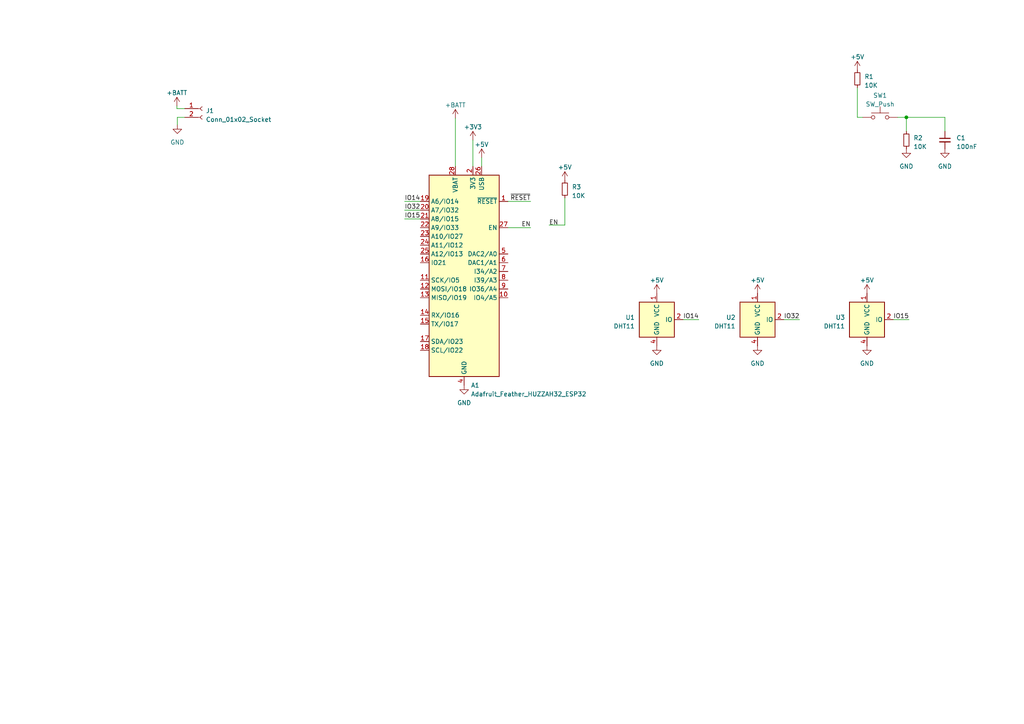
<source format=kicad_sch>
(kicad_sch (version 20230121) (generator eeschema)
  (paper "A4")
  (title_block (title "Pollinator Hotel ") (date "2023-02-17") (rev "0") (company "uOttawa Engineering Design Class "))
  (lib_symbols
    (symbol "Connector:Conn_01x02_Socket" (pin_names (offset 1.016) hide)
      (property "Reference" "J" (at 0 2.54 0))
      (property "Value" "Conn_01x02_Socket" (at 0 -5.08 0))
      (symbol "Conn_01x02_Socket_1_1"
        (arc (start 0 -2.032) (mid -0.5058 -2.54) (end 0 -3.048) (stroke (width 0.1524)))
        (polyline (pts (xy -1.27 -2.54) (xy -0.508 -2.54)) (stroke (width 0.1524)))
        (polyline (pts (xy -1.27 0) (xy -0.508 0)) (stroke (width 0.1524)))
        (arc (start 0 0.508) (mid -0.5058 0) (end 0 -0.508) (stroke (width 0.1524)))
        (pin passive line (at -5.08 0 0) (length 3.81) (name "Pin_1") (number "1"))
        (pin passive line (at -5.08 -2.54 0) (length 3.81) (name "Pin_2") (number "2"))
      )
    )
    (symbol "Device:C_Small" (pin_numbers hide) (pin_names (offset 0.254) hide)
      (property "Reference" "C" (at 0.254 1.778 0))
      (property "Value" "C_Small" (at 0.254 -2.032 0))
      (symbol "C_Small_0_1"
        (polyline (pts (xy -1.524 -0.508) (xy 1.524 -0.508)) (stroke (width 0.3302)))
        (polyline (pts (xy -1.524 0.508) (xy 1.524 0.508)) (stroke (width 0.3048)))
      )
      (symbol "C_Small_1_1"
        (pin passive line (at 0 2.54 270) (length 2.032) (name "~") (number "1"))
        (pin passive line (at 0 -2.54 90) (length 2.032) (name "~") (number "2"))
      )
    )
    (symbol "Device:R_Small" (pin_numbers hide) (pin_names (offset 0.254) hide)
      (property "Reference" "R" (at 0.762 0.508 0))
      (property "Value" "R_Small" (at 0.762 -1.016 0))
      (symbol "R_Small_0_1"
        (rectangle (start -0.762 1.778) (end 0.762 -1.778) (stroke (width 0.2032)))
      )
      (symbol "R_Small_1_1"
        (pin passive line (at 0 2.54 270) (length 0.762) (name "~") (number "1"))
        (pin passive line (at 0 -2.54 90) (length 0.762) (name "~") (number "2"))
      )
    )
    (symbol "MCU_Module:Adafruit_Feather_HUZZAH32_ESP32"
      (property "Reference" "A" (at -10.16 29.21 0))
      (property "Value" "Adafruit_Feather_HUZZAH32_ESP32" (at 2.54 -31.75 0))
      (symbol "Adafruit_Feather_HUZZAH32_ESP32_0_1"
        (rectangle (start -10.16 27.94) (end 10.16 -30.48) (stroke (width 0.254)) (fill (type background)))
      )
      (symbol "Adafruit_Feather_HUZZAH32_ESP32_1_1"
        (pin input line (at 12.7 20.32 180) (length 2.54) (name "~{RESET}") (number "1"))
        (pin bidirectional line (at 12.7 -7.62 180) (length 2.54) (name "IO4/A5") (number "10"))
        (pin bidirectional line (at -12.7 -2.54 0) (length 2.54) (name "SCK/IO5") (number "11"))
        (pin bidirectional line (at -12.7 -5.08 0) (length 2.54) (name "MOSI/IO18") (number "12"))
        (pin bidirectional line (at -12.7 -7.62 0) (length 2.54) (name "MISO/IO19") (number "13"))
        (pin bidirectional line (at -12.7 -12.7 0) (length 2.54) (name "RX/IO16") (number "14"))
        (pin bidirectional line (at -12.7 -15.24 0) (length 2.54) (name "TX/IO17") (number "15"))
        (pin bidirectional line (at -12.7 2.54 0) (length 2.54) (name "IO21") (number "16"))
        (pin bidirectional line (at -12.7 -20.32 0) (length 2.54) (name "SDA/IO23") (number "17"))
        (pin bidirectional line (at -12.7 -22.86 0) (length 2.54) (name "SCL/IO22") (number "18"))
        (pin bidirectional line (at -12.7 20.32 0) (length 2.54) (name "A6/IO14") (number "19"))
        (pin power_in line (at 2.54 30.48 270) (length 2.54) (name "3V3") (number "2"))
        (pin bidirectional line (at -12.7 17.78 0) (length 2.54) (name "A7/IO32") (number "20"))
        (pin bidirectional line (at -12.7 15.24 0) (length 2.54) (name "A8/IO15") (number "21"))
        (pin bidirectional line (at -12.7 12.7 0) (length 2.54) (name "A9/IO33") (number "22"))
        (pin bidirectional line (at -12.7 10.16 0) (length 2.54) (name "A10/IO27") (number "23"))
        (pin bidirectional line (at -12.7 7.62 0) (length 2.54) (name "A11/IO12") (number "24"))
        (pin bidirectional line (at -12.7 5.08 0) (length 2.54) (name "A12/IO13") (number "25"))
        (pin power_in line (at 5.08 30.48 270) (length 2.54) (name "USB") (number "26"))
        (pin input line (at 12.7 12.7 180) (length 2.54) (name "EN") (number "27"))
        (pin power_in line (at -2.54 30.48 270) (length 2.54) (name "VBAT") (number "28"))
        (pin no_connect line (at 10.16 10.16 180) (length 2.54) hide (name "NC") (number "3"))
        (pin power_in line (at 0 -33.02 90) (length 2.54) (name "GND") (number "4"))
        (pin bidirectional line (at 12.7 5.08 180) (length 2.54) (name "DAC2/A0") (number "5"))
        (pin bidirectional line (at 12.7 2.54 180) (length 2.54) (name "DAC1/A1") (number "6"))
        (pin bidirectional line (at 12.7 0 180) (length 2.54) (name "I34/A2") (number "7"))
        (pin bidirectional line (at 12.7 -2.54 180) (length 2.54) (name "I39/A3") (number "8"))
        (pin bidirectional line (at 12.7 -5.08 180) (length 2.54) (name "IO36/A4") (number "9"))
      )
    )
    (symbol "Sensor:DHT11"
      (property "Reference" "U" (at -3.81 6.35 0))
      (property "Value" "DHT11" (at 3.81 6.35 0))
      (symbol "DHT11_0_1"
        (rectangle (start -5.08 5.08) (end 5.08 -5.08) (stroke (width 0.254)) (fill (type background)))
      )
      (symbol "DHT11_1_1"
        (pin power_in line (at 0 7.62 270) (length 2.54) (name "VCC") (number "1"))
        (pin bidirectional line (at 7.62 0 180) (length 2.54) (name "IO") (number "2"))
        (pin no_connect line (at -5.08 0 0) (length 2.54) hide (name "NC") (number "3"))
        (pin power_in line (at 0 -7.62 90) (length 2.54) (name "GND") (number "4"))
      )
    )
    (symbol "Switch:SW_Push" (pin_numbers hide) (pin_names (offset 1.016) hide)
      (property "Reference" "SW" (at 1.27 2.54 0))
      (property "Value" "SW_Push" (at 0 -1.524 0))
      (symbol "SW_Push_0_1"
        (circle (center -2.032 0) (radius 0.508))
        (polyline (pts (xy 0 1.27) (xy 0 3.048)))
        (polyline (pts (xy 2.54 1.27) (xy -2.54 1.27)))
        (circle (center 2.032 0) (radius 0.508))
        (pin passive line (at -5.08 0 0) (length 2.54) (name "1") (number "1"))
        (pin passive line (at 5.08 0 180) (length 2.54) (name "2") (number "2"))
      )
    )
    (symbol "power:+3V3" (power) (pin_names (offset 0))
      (property "Value" "+3V3" (at 0 3.556 0))
      (symbol "+3V3_0_1"
        (polyline (pts (xy -0.762 1.27) (xy 0 2.54)))
        (polyline (pts (xy 0 0) (xy 0 2.54)))
        (polyline (pts (xy 0 2.54) (xy 0.762 1.27)))
      )
      (symbol "+3V3_1_1"
        (pin power_in line (at 0 0 90) (length 0) hide (name "+3V3") (number "1"))
      )
    )
    (symbol "power:+5V" (power) (pin_names (offset 0))
      (property "Value" "+5V" (at 0 3.556 0))
      (symbol "+5V_0_1"
        (polyline (pts (xy -0.762 1.27) (xy 0 2.54)))
        (polyline (pts (xy 0 0) (xy 0 2.54)))
        (polyline (pts (xy 0 2.54) (xy 0.762 1.27)))
      )
      (symbol "+5V_1_1"
        (pin power_in line (at 0 0 90) (length 0) hide (name "+5V") (number "1"))
      )
    )
    (symbol "power:+BATT" (power) (pin_names (offset 0))
      (property "Value" "+BATT" (at 0 3.556 0))
      (symbol "+BATT_0_1"
        (polyline (pts (xy -0.762 1.27) (xy 0 2.54)))
        (polyline (pts (xy 0 0) (xy 0 2.54)))
        (polyline (pts (xy 0 2.54) (xy 0.762 1.27)))
      )
      (symbol "+BATT_1_1"
        (pin power_in line (at 0 0 90) (length 0) hide (name "+BATT") (number "1"))
      )
    )
    (symbol "power:GND" (power) (pin_names (offset 0))
      (property "Value" "GND" (at 0 -3.81 0))
      (symbol "GND_0_1"
        (polyline (pts (xy 0 0) (xy 0 -1.27) (xy 1.27 -1.27) (xy 0 -2.54) (xy -1.27 -1.27) (xy 0 -1.27)))
      )
      (symbol "GND_1_1"
        (pin power_in line (at 0 0 270) (length 0) hide (name "GND") (number "1"))
      )
    )
  )
  (junction (at 262.89 34.036))
  (wire (pts (xy 263.652 92.71) (xy 259.08 92.71)))
  (wire (pts (xy 248.666 34.036) (xy 250.19 34.036)))
  (wire (pts (xy 117.348 63.5) (xy 121.92 63.5)))
  (wire (pts (xy 248.666 25.4) (xy 248.666 34.036)))
  (wire (pts (xy 117.348 60.96) (xy 121.92 60.96)))
  (wire (pts (xy 51.308 30.734) (xy 51.308 31.496)))
  (wire (pts (xy 262.89 34.036) (xy 274.066 34.036)))
  (wire (pts (xy 262.89 34.036) (xy 262.89 38.1)))
  (wire (pts (xy 51.308 31.496) (xy 53.594 31.496)))
  (wire (pts (xy 132.08 34.29) (xy 132.08 48.26)))
  (wire (pts (xy 139.7 45.72) (xy 139.7 48.26)))
  (wire (pts (xy 51.435 34.036) (xy 53.594 34.036)))
  (wire (pts (xy 202.692 92.71) (xy 198.12 92.71)))
  (wire (pts (xy 159.258 65.278) (xy 163.83 65.278)))
  (wire (pts (xy 163.83 57.404) (xy 163.83 65.278)))
  (wire (pts (xy 147.32 58.42) (xy 153.924 58.42)))
  (wire (pts (xy 137.16 40.64) (xy 137.16 48.26)))
  (wire (pts (xy 274.066 38.1) (xy 274.066 34.036)))
  (wire (pts (xy 260.35 34.036) (xy 262.89 34.036)))
  (wire (pts (xy 117.348 58.42) (xy 121.92 58.42)))
  (wire (pts (xy 147.32 66.04) (xy 153.924 66.04)))
  (wire (pts (xy 51.435 36.195) (xy 51.435 34.036)))
  (wire (pts (xy 231.902 92.71) (xy 227.33 92.71)))
  (label "IO14" (at 202.692 92.71 180))
  (label "IO32" (at 231.902 92.71 180))
  (label "EN" (at 153.924 66.04 180))
  (label "IO14" (at 117.348 58.42 0))
  (label "EN" (at 159.258 65.532 0))
  (label "IO15" (at 117.348 63.5 0))
  (label "~{RESET}" (at 153.924 58.42 180))
  (label "IO32" (at 117.348 60.96 0))
  (label "IO15" (at 263.652 92.71 180))
  (symbol (lib_id "power:+5V") (at 251.46 85.09 0) (unit 1)
    (property "Reference" "#PWR010" (effects hide))
    (property "Value" "+5V" (at 251.46 81.28 0))
  )
  (symbol (lib_id "Device:C_Small") (at 274.066 40.64 0) (unit 1)
    (property "Reference" "C1" (at 277.368 40.0113 0) (effects (justify left)))
    (property "Value" "100nF" (at 277.368 42.5513 0) (effects (justify left)))
  )
  (symbol (lib_id "Device:R_Small") (at 262.89 40.64 0) (unit 1)
    (property "Reference" "R2" (at 264.922 40.005 0) (effects (justify left)))
    (property "Value" "10K" (at 264.922 42.545 0) (effects (justify left)))
  )
  (symbol (lib_id "Sensor:DHT11") (at 251.46 92.71 0) (unit 1)
    (property "Reference" "U3" (at 245.11 92.075 0) (effects (justify right)))
    (property "Value" "DHT11" (at 245.11 94.615 0) (effects (justify right)))
    (property "Footprint" "Sensor:Aosong_DHT11_5.5x12.0_P2.54mm" (effects hide))
    (property "Datasheet" "http://akizukidenshi.com/download/ds/aosong/DHT11.pdf" (effects hide))
  )
  (symbol (lib_id "Device:R_Small") (at 163.83 54.864 0) (unit 1)
    (property "Reference" "R3" (at 165.862 54.229 0) (effects (justify left)))
    (property "Value" "10K" (at 165.862 56.769 0) (effects (justify left)))
  )
  (symbol (lib_id "power:GND") (at 274.066 43.18 0) (unit 1)
    (property "Reference" "#PWR013" (effects hide))
    (property "Value" "GND" (at 274.066 48.26 0))
  )
  (symbol (lib_id "power:GND") (at 51.435 36.195 0) (unit 1)
    (property "Reference" "#PWR015" (effects hide))
    (property "Value" "GND" (at 51.435 41.275 0))
  )
  (symbol (lib_id "power:+5V") (at 219.71 85.09 0) (unit 1)
    (property "Reference" "#PWR09" (effects hide))
    (property "Value" "+5V" (at 219.71 81.28 0))
  )
  (symbol (lib_id "Sensor:DHT11") (at 219.71 92.71 0) (unit 1)
    (property "Reference" "U2" (at 213.36 92.075 0) (effects (justify right)))
    (property "Value" "DHT11" (at 213.36 94.615 0) (effects (justify right)))
    (property "Footprint" "Sensor:Aosong_DHT11_5.5x12.0_P2.54mm" (effects hide))
    (property "Datasheet" "http://akizukidenshi.com/download/ds/aosong/DHT11.pdf" (effects hide))
  )
  (symbol (lib_id "power:GND") (at 190.5 100.33 0) (unit 1)
    (property "Reference" "#PWR05" (effects hide))
    (property "Value" "GND" (at 190.5 105.41 0))
  )
  (symbol (lib_id "power:+5V") (at 163.83 52.324 0) (unit 1)
    (property "Reference" "#PWR016" (effects hide))
    (property "Value" "+5V" (at 163.83 48.514 0))
  )
  (symbol (lib_id "power:+3V3") (at 137.16 40.64 0) (unit 1)
    (property "Reference" "#PWR02" (effects hide))
    (property "Value" "+3V3" (at 137.16 36.83 0))
  )
  (symbol (lib_id "Connector:Conn_01x02_Socket") (at 58.674 31.496 0) (unit 1)
    (property "Reference" "J1" (at 59.69 32.131 0) (effects (justify left)))
    (property "Value" "Conn_01x02_Socket" (at 59.69 34.671 0) (effects (justify left)))
  )
  (symbol (lib_id "power:+5V") (at 139.7 45.72 0) (unit 1)
    (property "Reference" "#PWR03" (effects hide))
    (property "Value" "+5V" (at 139.7 41.91 0))
  )
  (symbol (lib_id "power:GND") (at 134.62 111.76 0) (unit 1)
    (property "Reference" "#PWR01" (effects hide))
    (property "Value" "GND" (at 134.62 116.84 0))
  )
  (symbol (lib_id "Device:R_Small") (at 248.666 22.86 0) (unit 1)
    (property "Reference" "R1" (at 250.698 22.225 0) (effects (justify left)))
    (property "Value" "10K" (at 250.698 24.765 0) (effects (justify left)))
  )
  (symbol (lib_id "power:+BATT") (at 51.308 30.734 0) (unit 1)
    (property "Reference" "#PWR014" (effects hide))
    (property "Value" "+BATT" (at 51.308 26.924 0))
  )
  (symbol (lib_id "power:+5V") (at 248.666 20.32 0) (unit 1)
    (property "Reference" "#PWR011" (effects hide))
    (property "Value" "+5V" (at 248.666 16.51 0))
  )
  (symbol (lib_id "power:GND") (at 251.46 100.33 0) (unit 1)
    (property "Reference" "#PWR07" (effects hide))
    (property "Value" "GND" (at 251.46 105.41 0))
  )
  (symbol (lib_id "power:+5V") (at 190.5 85.09 0) (unit 1)
    (property "Reference" "#PWR08" (effects hide))
    (property "Value" "+5V" (at 190.5 81.28 0))
  )
  (symbol (lib_id "power:GND") (at 219.71 100.33 0) (unit 1)
    (property "Reference" "#PWR06" (effects hide))
    (property "Value" "GND" (at 219.71 105.41 0))
  )
  (symbol (lib_id "Sensor:DHT11") (at 190.5 92.71 0) (unit 1)
    (property "Reference" "U1" (at 184.15 92.075 0) (effects (justify right)))
    (property "Value" "DHT11" (at 184.15 94.615 0) (effects (justify right)))
    (property "Footprint" "Sensor:Aosong_DHT11_5.5x12.0_P2.54mm" (effects hide))
    (property "Datasheet" "http://akizukidenshi.com/download/ds/aosong/DHT11.pdf" (effects hide))
  )
  (symbol (lib_id "power:GND") (at 262.89 43.18 0) (unit 1)
    (property "Reference" "#PWR012" (effects hide))
    (property "Value" "GND" (at 262.89 48.26 0))
  )
  (symbol (lib_id "power:+BATT") (at 132.08 34.29 0) (unit 1)
    (property "Reference" "#PWR04" (effects hide))
    (property "Value" "+BATT" (at 132.08 30.48 0))
  )
  (symbol (lib_id "Switch:SW_Push") (at 255.27 34.036 0) (unit 1)
    (property "Reference" "SW1" (at 255.27 27.686 0))
    (property "Value" "SW_Push" (at 255.27 30.226 0))
  )
  (symbol (lib_id "MCU_Module:Adafruit_Feather_HUZZAH32_ESP32") (at 134.62 78.74 0) (unit 1)
    (property "Reference" "A1" (at 136.5759 111.76 0) (effects (justify left)))
    (property "Value" "Adafruit_Feather_HUZZAH32_ESP32" (at 136.5759 114.3 0) (effects (justify left)))
    (property "Footprint" "Module:Adafruit_Feather" (effects hide))
    (property "Datasheet" "https://cdn-learn.adafruit.com/downloads/pdf/adafruit-huzzah32-esp32-feather.pdf" (effects hide))
  )
)
</source>
